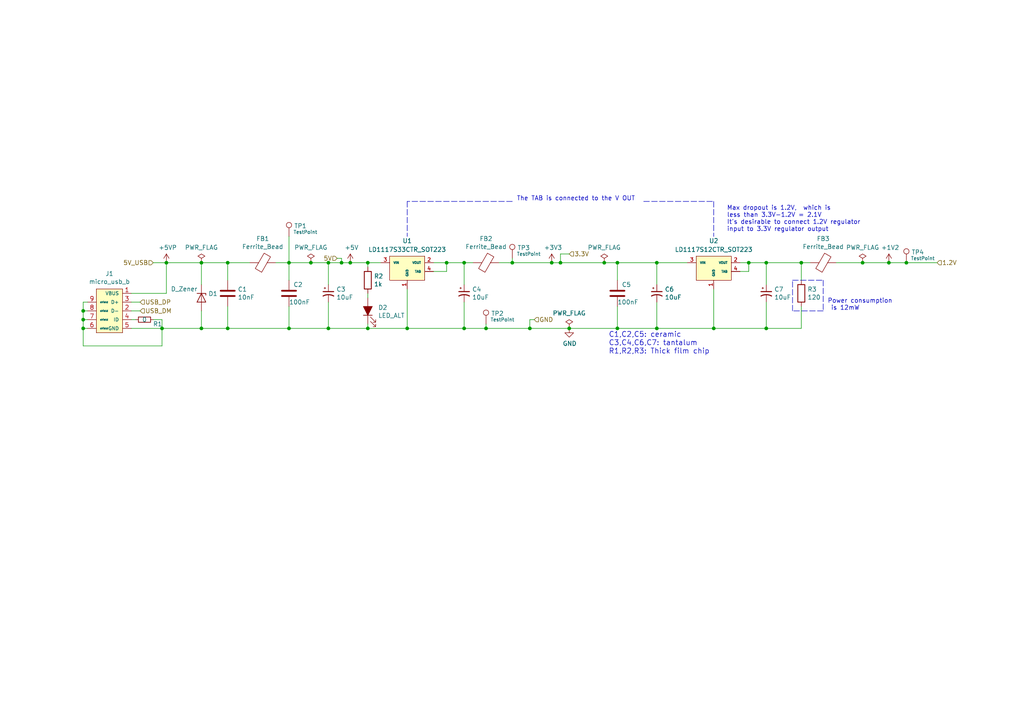
<source format=kicad_sch>
(kicad_sch (version 20231120) (generator "eeschema") (generator_version "8.0")
  (paper "A4")
  (title_block (title "Power Supply") (date "2020-04-19") (rev "1.2") (company "UTN - Facultad Regional Haedo - Grupo ASE"))
  (lib_symbols
    (symbol "FPGA para todos-rescue:+1V2-power-FPGA-para-todos-rescue" (power) (pin_names (offset 0))
      (property "Value" "FPGA-para-todos-rescue_+1V2-power" (at 0 3.556 0))
      (symbol "+1V2-power-FPGA-para-todos-rescue_0_1"
        (polyline (pts (xy -0.762 1.27) (xy 0 2.54)))
        (polyline (pts (xy 0 0) (xy 0 2.54)))
        (polyline (pts (xy 0 2.54) (xy 0.762 1.27)))
      )
      (symbol "+1V2-power-FPGA-para-todos-rescue_1_1"
        (pin power_in line (at 0 0 90) (length 0) hide (name "+1V2") (number "1"))
      )
    )
    (symbol "FPGA para todos-rescue:+3.3V-power-FPGA-para-todos-rescue" (power) (pin_names (offset 0))
      (property "Value" "FPGA-para-todos-rescue_+3.3V-power" (at 0 3.556 0))
      (symbol "+3.3V-power-FPGA-para-todos-rescue_0_1"
        (polyline (pts (xy -0.762 1.27) (xy 0 2.54)))
        (polyline (pts (xy 0 0) (xy 0 2.54)))
        (polyline (pts (xy 0 2.54) (xy 0.762 1.27)))
      )
      (symbol "+3.3V-power-FPGA-para-todos-rescue_1_1"
        (pin power_in line (at 0 0 90) (length 0) hide (name "+3V3") (number "1"))
      )
    )
    (symbol "FPGA para todos-rescue:+5V-power-FPGA-para-todos-rescue" (power) (pin_names (offset 0))
      (property "Value" "FPGA-para-todos-rescue_+5V-power" (at 0 3.556 0))
      (symbol "+5V-power-FPGA-para-todos-rescue_0_1"
        (polyline (pts (xy -0.762 1.27) (xy 0 2.54)))
        (polyline (pts (xy 0 0) (xy 0 2.54)))
        (polyline (pts (xy 0 2.54) (xy 0.762 1.27)))
      )
      (symbol "+5V-power-FPGA-para-todos-rescue_1_1"
        (pin power_in line (at 0 0 90) (length 0) hide (name "+5V") (number "1"))
      )
    )
    (symbol "FPGA para todos-rescue:+5VP-power-FPGA-para-todos-rescue" (power) (pin_names (offset 0))
      (property "Value" "FPGA-para-todos-rescue_+5VP-power" (at 0 3.556 0))
      (symbol "+5VP-power-FPGA-para-todos-rescue_0_1"
        (polyline (pts (xy -0.762 1.27) (xy 0 2.54)))
        (polyline (pts (xy 0 0) (xy 0 2.54)))
        (polyline (pts (xy 0 2.54) (xy 0.762 1.27)))
      )
      (symbol "+5VP-power-FPGA-para-todos-rescue_1_1"
        (pin power_in line (at 0 0 90) (length 0) hide (name "+5VP") (number "1"))
      )
    )
    (symbol "FPGA para todos-rescue:C-Device-FPGA-para-todos-rescue" (pin_numbers hide) (pin_names (offset 0.254))
      (property "Reference" "C" (at 0.635 2.54 0))
      (property "Value" "FPGA-para-todos-rescue_C-Device" (at 0.635 -2.54 0))
      (symbol "C-Device-FPGA-para-todos-rescue_0_1"
        (polyline (pts (xy -2.032 -0.762) (xy 2.032 -0.762)) (stroke (width 0.508)))
        (polyline (pts (xy -2.032 0.762) (xy 2.032 0.762)) (stroke (width 0.508)))
      )
      (symbol "C-Device-FPGA-para-todos-rescue_1_1"
        (pin passive line (at 0 3.81 270) (length 2.794) (name "~") (number "1"))
        (pin passive line (at 0 -3.81 90) (length 2.794) (name "~") (number "2"))
      )
    )
    (symbol "FPGA para todos-rescue:CP1_Small-Device-FPGA-para-todos-rescue" (pin_numbers hide) (pin_names (offset 0.254) hide)
      (property "Reference" "C" (at 0.254 1.778 0))
      (property "Value" "FPGA-para-todos-rescue_CP1_Small-Device" (at 0.254 -2.032 0))
      (symbol "CP1_Small-Device-FPGA-para-todos-rescue_0_1"
        (polyline (pts (xy -1.524 0.508) (xy 1.524 0.508)) (stroke (width 0.3048)))
        (polyline (pts (xy -1.27 1.524) (xy -0.762 1.524)))
        (polyline (pts (xy -1.016 1.27) (xy -1.016 1.778)))
        (arc (start 1.524 -0.762) (mid 0 -0.3734) (end -1.524 -0.762) (stroke (width 0.3048)))
      )
      (symbol "CP1_Small-Device-FPGA-para-todos-rescue_1_1"
        (pin passive line (at 0 2.54 270) (length 2.032) (name "~") (number "1"))
        (pin passive line (at 0 -2.54 90) (length 2.032) (name "~") (number "2"))
      )
    )
    (symbol "FPGA para todos-rescue:D_Zener-Device-FPGA-para-todos-rescue" (pin_numbers hide) (pin_names (offset 1.016) hide)
      (property "Reference" "D" (at 0 2.54 0))
      (property "Value" "FPGA-para-todos-rescue_D_Zener-Device" (at 0 -2.54 0))
      (symbol "D_Zener-Device-FPGA-para-todos-rescue_0_1"
        (polyline (pts (xy 1.27 0) (xy -1.27 0)))
        (polyline (pts (xy -1.27 -1.27) (xy -1.27 1.27) (xy -0.762 1.27)) (stroke (width 0.2032)))
        (polyline (pts (xy 1.27 -1.27) (xy 1.27 1.27) (xy -1.27 0) (xy 1.27 -1.27)) (stroke (width 0.2032)))
      )
      (symbol "D_Zener-Device-FPGA-para-todos-rescue_1_1"
        (pin passive line (at 3.81 0 180) (length 2.54) (name "A") (number "1"))
        (pin passive line (at -3.81 0 0) (length 2.54) (name "K") (number "2"))
      )
    )
    (symbol "FPGA para todos-rescue:Ferrite_Bead-Device-FPGA-para-todos-rescue" (pin_numbers hide) (pin_names (offset 0))
      (property "Reference" "FB" (at -3.81 0.635 90))
      (property "Value" "FPGA-para-todos-rescue_Ferrite_Bead-Device" (at 3.81 0 90))
      (symbol "Ferrite_Bead-Device-FPGA-para-todos-rescue_0_1"
        (polyline (pts (xy 0 -1.27) (xy 0 -1.2192)))
        (polyline (pts (xy 0 1.27) (xy 0 1.2954)))
        (polyline (pts (xy -2.7686 0.4064) (xy -1.7018 2.2606) (xy 2.7686 -0.3048) (xy 1.6764 -2.159) (xy -2.7686 0.4064)))
      )
      (symbol "Ferrite_Bead-Device-FPGA-para-todos-rescue_1_1"
        (pin passive line (at 0 3.81 270) (length 2.54) (name "~") (number "1"))
        (pin passive line (at 0 -3.81 90) (length 2.54) (name "~") (number "2"))
      )
    )
    (symbol "FPGA para todos-rescue:GND-power-FPGA-para-todos-rescue" (power) (pin_names (offset 0))
      (property "Value" "FPGA-para-todos-rescue_GND-power" (at 0 -3.81 0))
      (symbol "GND-power-FPGA-para-todos-rescue_0_1"
        (polyline (pts (xy 0 0) (xy 0 -1.27) (xy 1.27 -1.27) (xy 0 -2.54) (xy -1.27 -1.27) (xy 0 -1.27)))
      )
      (symbol "GND-power-FPGA-para-todos-rescue_1_1"
        (pin power_in line (at 0 0 270) (length 0) hide (name "GND") (number "1"))
      )
    )
    (symbol "FPGA para todos-rescue:LED_ALT-Device-FPGA-para-todos-rescue" (pin_numbers hide) (pin_names (offset 1.016) hide)
      (property "Reference" "D" (at 0 2.54 0))
      (property "Value" "FPGA-para-todos-rescue_LED_ALT-Device" (at 0 -2.54 0))
      (symbol "LED_ALT-Device-FPGA-para-todos-rescue_0_1"
        (polyline (pts (xy -1.27 -1.27) (xy -1.27 1.27)) (stroke (width 0.2032)))
        (polyline (pts (xy -1.27 0) (xy 1.27 0)))
        (polyline (pts (xy 1.27 -1.27) (xy 1.27 1.27) (xy -1.27 0) (xy 1.27 -1.27)) (stroke (width 0.2032)) (fill (type outline)))
        (polyline (pts (xy -3.048 -0.762) (xy -4.572 -2.286) (xy -3.81 -2.286) (xy -4.572 -2.286) (xy -4.572 -1.524)))
        (polyline (pts (xy -1.778 -0.762) (xy -3.302 -2.286) (xy -2.54 -2.286) (xy -3.302 -2.286) (xy -3.302 -1.524)))
      )
      (symbol "LED_ALT-Device-FPGA-para-todos-rescue_1_1"
        (pin passive line (at 3.81 0 180) (length 2.54) (name "A") (number "1"))
        (pin passive line (at -3.81 0 0) (length 2.54) (name "K") (number "2"))
      )
    )
    (symbol "FPGA para todos-rescue:PWR_FLAG-power-FPGA-para-todos-rescue" (power) (pin_numbers hide) (pin_names (offset 0) hide)
      (property "Value" "FPGA-para-todos-rescue_PWR_FLAG-power" (at 0 3.81 0))
      (symbol "PWR_FLAG-power-FPGA-para-todos-rescue_0_0"
        (pin power_out line (at 0 0 90) (length 0) (name "pwr") (number "1"))
      )
      (symbol "PWR_FLAG-power-FPGA-para-todos-rescue_0_1"
        (polyline (pts (xy 0 0) (xy 0 1.27) (xy -1.016 1.905) (xy 0 2.54) (xy 1.016 1.905) (xy 0 1.27)))
      )
    )
    (symbol "FPGA para todos-rescue:R-Device-FPGA-para-todos-rescue" (pin_numbers hide) (pin_names (offset 0))
      (property "Reference" "R" (at 2.032 0 90))
      (property "Value" "FPGA-para-todos-rescue_R-Device" (at 0 0 90))
      (symbol "R-Device-FPGA-para-todos-rescue_0_1"
        (rectangle (start -1.016 -2.54) (end 1.016 2.54) (stroke (width 0.254)))
      )
      (symbol "R-Device-FPGA-para-todos-rescue_1_1"
        (pin passive line (at 0 3.81 270) (length 1.27) (name "~") (number "1"))
        (pin passive line (at 0 -3.81 90) (length 1.27) (name "~") (number "2"))
      )
    )
    (symbol "FPGA para todos-rescue:R_Small-Device-FPGA-para-todos-rescue" (pin_numbers hide) (pin_names (offset 0.254) hide)
      (property "Reference" "R" (at 0.762 0.508 0))
      (property "Value" "FPGA-para-todos-rescue_R_Small-Device" (at 0.762 -1.016 0))
      (symbol "R_Small-Device-FPGA-para-todos-rescue_0_1"
        (rectangle (start -0.762 1.778) (end 0.762 -1.778) (stroke (width 0.2032)))
      )
      (symbol "R_Small-Device-FPGA-para-todos-rescue_1_1"
        (pin passive line (at 0 2.54 270) (length 0.762) (name "~") (number "1"))
        (pin passive line (at 0 -2.54 90) (length 0.762) (name "~") (number "2"))
      )
    )
    (symbol "FPGA para todos-rescue:TestPoint-Connector-FPGA-para-todos-rescue" (pin_numbers hide) (pin_names (offset 0.762) hide)
      (property "Reference" "TP" (at 0 6.858 0))
      (property "Value" "FPGA-para-todos-rescue_TestPoint-Connector" (at 0 5.08 0))
      (symbol "TestPoint-Connector-FPGA-para-todos-rescue_0_1"
        (circle (center 0 3.302) (radius 0.762))
      )
      (symbol "TestPoint-Connector-FPGA-para-todos-rescue_1_1"
        (pin passive line (at 0 0 90) (length 2.54) (name "1") (number "1"))
      )
    )
    (symbol "LD1117xxx:LD1117S12" (pin_names (offset 1.016))
      (property "Reference" "U" (at 0 7.62 0))
      (property "Value" "LD1117S12" (at 0 5.08 0))
      (symbol "LD1117S12_1_1"
        (rectangle (start -5.08 -3.81) (end 5.08 3.175) (fill (type background)))
        (pin power_in line (at 0 -6.35 90) (length 2.54) (name "GND") (number "1"))
        (pin power_out line (at 7.62 1.27 180) (length 2.54) (name "VOUT") (number "2"))
        (pin power_in line (at -7.62 1.27 0) (length 2.54) (name "VIN") (number "3"))
        (pin passive line (at 7.62 -1.27 180) (length 2.54) (name "TAB") (number "4"))
      )
    )
    (symbol "LD1117xxx:LD1117S33" (pin_names (offset 1.016))
      (property "Reference" "U" (at 0 6.35 0))
      (property "Value" "LD1117S33" (at 0.635 4.445 0))
      (symbol "LD1117S33_0_1"
        (rectangle (start -5.08 -3.81) (end 5.08 3.175) (fill (type background)))
      )
      (symbol "LD1117S33_1_1"
        (pin power_in line (at 0 -6.35 90) (length 2.54) (name "GND") (number "1"))
        (pin power_out line (at 7.62 1.27 180) (length 2.54) (name "VOUT") (number "2"))
        (pin power_in line (at -7.62 1.27 0) (length 2.54) (name "VIN") (number "3"))
        (pin passive line (at 7.62 -1.27 180) (length 2.54) (name "TAB") (number "4"))
      )
    )
    (symbol "USB:micro_usb_b" (pin_names (offset 1.016))
      (property "Reference" "J" (at 0 6.35 0))
      (property "Value" "micro_usb_b" (at 1.27 -8.89 0))
      (symbol "micro_usb_b_0_1"
        (rectangle (start -3.81 -7.62) (end 3.81 5.08) (fill (type background)))
      )
      (symbol "micro_usb_b_1_1"
        (pin passive line (at 6.35 3.81 180) (length 2.54) (name "VBUS") (number "1"))
        (pin bidirectional line (at 6.35 -1.27 180) (length 2.54) (name "D-") (number "2"))
        (pin bidirectional line (at 6.35 1.27 180) (length 2.54) (name "D+") (number "3"))
        (pin bidirectional line (at 6.35 -3.81 180) (length 2.54) (name "ID") (number "4"))
        (pin power_in line (at 6.35 -6.35 180) (length 2.54) (name "GND") (number "5"))
        (pin passive line (at -6.35 -6.35 0) (length 2.54) (name "shield") (number "6"))
        (pin passive line (at -6.35 -3.81 0) (length 2.54) (name "shield") (number "7"))
        (pin passive line (at -6.35 -1.27 0) (length 2.54) (name "shield") (number "8"))
        (pin passive line (at -6.35 1.27 0) (length 2.54) (name "shield") (number "9"))
      )
    )
  )
  (junction (at 83.82 95.25))
  (junction (at 148.59 76.2))
  (junction (at 250.19 76.2))
  (junction (at 24.13 92.71))
  (junction (at 24.13 95.25))
  (junction (at 257.81 76.2))
  (junction (at 190.5 95.25))
  (junction (at 106.68 76.2))
  (junction (at 48.26 76.2))
  (junction (at 160.02 76.2))
  (junction (at 165.1 95.25))
  (junction (at 83.82 76.2))
  (junction (at 153.67 95.25))
  (junction (at 58.42 95.25))
  (junction (at 118.11 95.25))
  (junction (at 179.07 95.25))
  (junction (at 66.04 76.2))
  (junction (at 190.5 76.2))
  (junction (at 217.17 76.2))
  (junction (at 134.62 95.25))
  (junction (at 134.62 76.2))
  (junction (at 24.13 90.17))
  (junction (at 175.26 76.2))
  (junction (at 162.56 76.2))
  (junction (at 90.17 76.2))
  (junction (at 95.25 76.2))
  (junction (at 66.04 95.25))
  (junction (at 262.89 76.2))
  (junction (at 99.06 76.2))
  (junction (at 179.07 76.2))
  (junction (at 106.68 95.25))
  (junction (at 140.97 95.25))
  (junction (at 101.6 76.2))
  (junction (at 129.54 76.2))
  (junction (at 58.42 76.2))
  (junction (at 222.25 95.25))
  (junction (at 46.99 95.25))
  (junction (at 207.01 95.25))
  (junction (at 222.25 76.2))
  (junction (at 232.41 76.2))
  (junction (at 95.25 95.25))
  (wire (pts (xy 38.1 95.25) (xy 46.99 95.25)))
  (wire (pts (xy 179.07 88.9) (xy 179.07 95.25)))
  (wire (pts (xy 217.17 76.2) (xy 222.25 76.2)))
  (wire (pts (xy 83.82 68.58) (xy 83.82 76.2)))
  (wire (pts (xy 106.68 77.47) (xy 106.68 76.2)))
  (wire (pts (xy 24.13 87.63) (xy 24.13 90.17)))
  (polyline (pts (xy 238.76 90.17) (xy 229.87 90.17)) (stroke (width 0) (type dash)))
  (polyline (pts (xy 186.69 58.42) (xy 207.01 58.42)) (stroke (width 0) (type dash)))
  (wire (pts (xy 106.68 76.2) (xy 110.49 76.2)))
  (wire (pts (xy 66.04 76.2) (xy 72.39 76.2)))
  (wire (pts (xy 46.99 92.71) (xy 46.99 95.25)))
  (wire (pts (xy 48.26 76.2) (xy 58.42 76.2)))
  (polyline (pts (xy 148.59 58.42) (xy 118.11 58.42)) (stroke (width 0) (type dash)))
  (wire (pts (xy 99.06 76.2) (xy 101.6 76.2)))
  (polyline (pts (xy 229.87 81.28) (xy 238.76 81.28)) (stroke (width 0) (type dash)))
  (polyline (pts (xy 229.87 90.17) (xy 229.87 81.28)) (stroke (width 0) (type dash)))
  (wire (pts (xy 48.26 85.09) (xy 48.26 76.2)))
  (wire (pts (xy 271.78 76.2) (xy 262.89 76.2)))
  (wire (pts (xy 222.25 76.2) (xy 222.25 82.55)))
  (wire (pts (xy 140.97 95.25) (xy 153.67 95.25)))
  (wire (pts (xy 24.13 100.33) (xy 46.99 100.33)))
  (wire (pts (xy 118.11 95.25) (xy 134.62 95.25)))
  (polyline (pts (xy 118.11 58.42) (xy 118.11 68.58)) (stroke (width 0) (type dash)))
  (wire (pts (xy 199.39 76.2) (xy 190.5 76.2)))
  (wire (pts (xy 99.06 74.93) (xy 99.06 76.2)))
  (wire (pts (xy 134.62 95.25) (xy 140.97 95.25)))
  (wire (pts (xy 134.62 87.63) (xy 134.62 95.25)))
  (wire (pts (xy 148.59 74.93) (xy 148.59 76.2)))
  (wire (pts (xy 66.04 81.28) (xy 66.04 76.2)))
  (wire (pts (xy 207.01 95.25) (xy 222.25 95.25)))
  (wire (pts (xy 24.13 92.71) (xy 24.13 95.25)))
  (wire (pts (xy 95.25 95.25) (xy 106.68 95.25)))
  (wire (pts (xy 95.25 76.2) (xy 99.06 76.2)))
  (wire (pts (xy 153.67 95.25) (xy 165.1 95.25)))
  (wire (pts (xy 257.81 76.2) (xy 262.89 76.2)))
  (wire (pts (xy 83.82 76.2) (xy 90.17 76.2)))
  (wire (pts (xy 222.25 87.63) (xy 222.25 95.25)))
  (wire (pts (xy 46.99 100.33) (xy 46.99 95.25)))
  (wire (pts (xy 165.1 95.25) (xy 179.07 95.25)))
  (wire (pts (xy 179.07 95.25) (xy 190.5 95.25)))
  (wire (pts (xy 90.17 76.2) (xy 95.25 76.2)))
  (wire (pts (xy 46.99 95.25) (xy 58.42 95.25)))
  (wire (pts (xy 106.68 93.98) (xy 106.68 95.25)))
  (wire (pts (xy 165.1 73.66) (xy 162.56 73.66)))
  (wire (pts (xy 162.56 76.2) (xy 175.26 76.2)))
  (wire (pts (xy 95.25 82.55) (xy 95.25 76.2)))
  (wire (pts (xy 214.63 78.74) (xy 217.17 78.74)))
  (wire (pts (xy 58.42 90.17) (xy 58.42 95.25)))
  (wire (pts (xy 44.45 92.71) (xy 46.99 92.71)))
  (wire (pts (xy 207.01 83.82) (xy 207.01 95.25)))
  (wire (pts (xy 125.73 76.2) (xy 129.54 76.2)))
  (wire (pts (xy 38.1 85.09) (xy 48.26 85.09)))
  (wire (pts (xy 66.04 95.25) (xy 83.82 95.25)))
  (wire (pts (xy 232.41 95.25) (xy 222.25 95.25)))
  (wire (pts (xy 24.13 95.25) (xy 24.13 100.33)))
  (wire (pts (xy 134.62 82.55) (xy 134.62 76.2)))
  (wire (pts (xy 129.54 78.74) (xy 129.54 76.2)))
  (wire (pts (xy 148.59 76.2) (xy 160.02 76.2)))
  (wire (pts (xy 232.41 95.25) (xy 232.41 88.9)))
  (wire (pts (xy 44.45 76.2) (xy 48.26 76.2)))
  (wire (pts (xy 222.25 76.2) (xy 232.41 76.2)))
  (wire (pts (xy 66.04 88.9) (xy 66.04 95.25)))
  (wire (pts (xy 160.02 76.2) (xy 162.56 76.2)))
  (wire (pts (xy 214.63 76.2) (xy 217.17 76.2)))
  (wire (pts (xy 234.95 76.2) (xy 232.41 76.2)))
  (wire (pts (xy 58.42 95.25) (xy 66.04 95.25)))
  (wire (pts (xy 38.1 92.71) (xy 39.37 92.71)))
  (wire (pts (xy 101.6 76.2) (xy 106.68 76.2)))
  (wire (pts (xy 242.57 76.2) (xy 250.19 76.2)))
  (wire (pts (xy 25.4 95.25) (xy 24.13 95.25)))
  (wire (pts (xy 83.82 88.9) (xy 83.82 95.25)))
  (wire (pts (xy 250.19 76.2) (xy 257.81 76.2)))
  (wire (pts (xy 25.4 87.63) (xy 24.13 87.63)))
  (wire (pts (xy 162.56 73.66) (xy 162.56 76.2)))
  (wire (pts (xy 144.78 76.2) (xy 148.59 76.2)))
  (wire (pts (xy 80.01 76.2) (xy 83.82 76.2)))
  (wire (pts (xy 83.82 95.25) (xy 95.25 95.25)))
  (wire (pts (xy 83.82 76.2) (xy 83.82 81.28)))
  (wire (pts (xy 58.42 76.2) (xy 66.04 76.2)))
  (wire (pts (xy 232.41 76.2) (xy 232.41 81.28)))
  (polyline (pts (xy 207.01 58.42) (xy 207.01 68.58)) (stroke (width 0) (type dash)))
  (wire (pts (xy 217.17 78.74) (xy 217.17 76.2)))
  (wire (pts (xy 137.16 76.2) (xy 134.62 76.2)))
  (wire (pts (xy 125.73 78.74) (xy 129.54 78.74)))
  (wire (pts (xy 24.13 90.17) (xy 24.13 92.71)))
  (polyline (pts (xy 238.76 81.28) (xy 238.76 90.17)) (stroke (width 0) (type dash)))
  (wire (pts (xy 129.54 76.2) (xy 134.62 76.2)))
  (wire (pts (xy 25.4 92.71) (xy 24.13 92.71)))
  (wire (pts (xy 58.42 82.55) (xy 58.42 76.2)))
  (wire (pts (xy 97.79 74.93) (xy 99.06 74.93)))
  (wire (pts (xy 140.97 93.98) (xy 140.97 95.25)))
  (wire (pts (xy 190.5 76.2) (xy 190.5 82.55)))
  (wire (pts (xy 154.94 92.71) (xy 153.67 92.71)))
  (wire (pts (xy 106.68 95.25) (xy 118.11 95.25)))
  (wire (pts (xy 179.07 81.28) (xy 179.07 76.2)))
  (wire (pts (xy 118.11 83.82) (xy 118.11 95.25)))
  (wire (pts (xy 95.25 87.63) (xy 95.25 95.25)))
  (wire (pts (xy 179.07 76.2) (xy 190.5 76.2)))
  (wire (pts (xy 38.1 90.17) (xy 40.64 90.17)))
  (wire (pts (xy 153.67 92.71) (xy 153.67 95.25)))
  (wire (pts (xy 175.26 76.2) (xy 179.07 76.2)))
  (wire (pts (xy 38.1 87.63) (xy 40.64 87.63)))
  (wire (pts (xy 106.68 86.36) (xy 106.68 85.09)))
  (wire (pts (xy 190.5 87.63) (xy 190.5 95.25)))
  (wire (pts (xy 25.4 90.17) (xy 24.13 90.17)))
  (wire (pts (xy 190.5 95.25) (xy 207.01 95.25)))
  (text "The TAB is connected to the V OUT" (at 149.86 58.42 0) (effects (font (size 1.27 1.27)) (justify left bottom)))
  (text "Power consumption\n is 12mW " (at 240.03 90.17 0) (effects (font (size 1.27 1.27)) (justify left bottom)))
  (text "Max dropout is 1.2V,  which is\nless than 3.3V-1.2V = 2.1V \nIt's desirable to connect 1.2V regulator\ninput to 3.3V regulator output" (at 210.82 67.31 0) (effects (font (size 1.27 1.27)) (justify left bottom)))
  (text "C1,C2,C5: ceramic\nC3,C4,C6,C7: tantalum\nR1,R2,R3: Thick film chip " (at 176.53 102.87 0) (effects (font (size 1.4986 1.4986)) (justify left bottom)))
  (hierarchical_label "USB_DM" (shape input) (at 40.64 90.17 0))
  (hierarchical_label "5V_USB" (shape input) (at 44.45 76.2 180))
  (hierarchical_label "3.3V" (shape input) (at 165.1 73.66 0))
  (hierarchical_label "1.2V" (shape input) (at 271.78 76.2 0))
  (hierarchical_label "GND" (shape input) (at 154.94 92.71 0))
  (hierarchical_label "USB_DP" (shape input) (at 40.64 87.63 0))
  (hierarchical_label "5V" (shape input) (at 97.79 74.93 180))
  (symbol (lib_id "FPGA para todos-rescue:Ferrite_Bead-Device-FPGA-para-todos-rescue") (at 140.97 76.2 270) (unit 1)
    (property "Reference" "FB2" (at 140.97 69.2404 90))
    (property "Value" "Ferrite_Bead" (at 140.97 71.5518 90))
    (property "Footprint" "footprints:Ferrite_bead_0805" (effects (hide yes)))
    (property "Description" "Núcleos de ferrita WE-CBF 0805 SMD Bead 100MHz 1500Ohm 1KmA " (effects (hide yes)))
    (property "EmptyField" "-" (effects (hide yes)))
    (property "DatasheetName" "WE-CBF SMD EMI Suppression Ferrite Bead" (effects (hide yes)))
    (property "DatasheetLink" "https://ar.mouser.com/datasheet/2/445/742792097-538337.pdf" (effects (hide yes)))
    (property "Manufacturer" "Wurth Electronics" (effects (hide yes)))
    (property "OrderCode" "742792097 " (effects (hide yes)))
    (property "ProviderLink" "https://ar.mouser.com/ProductDetail/Wurth-Electronics/742792097?qs=sGAEpiMZZMtdyQheitOmRVDURQLs966nb2bS15p5U18%3D" (effects (hide yes)))
    (property "ProviderOrderCode" "710-742792097 " (effects (hide yes)))
    (property "ComponentTechnology" "FerriteBead" (effects (hide yes)))
  )
  (symbol (lib_id "FPGA para todos-rescue:C-Device-FPGA-para-todos-rescue") (at 66.04 85.09 0) (unit 1)
    (property "Reference" "C1" (at 68.961 83.9216 0) (effects (justify left)))
    (property "Value" "10nF" (at 68.961 86.233 0) (effects (justify left)))
    (property "Footprint" "footprints:C_0805_2012Metric_Pad1.15x1.40mm_HandSolder" (effects (hide yes)))
    (property "Description" "Decoupling cap" (effects (hide yes)))
    (property "EmptyField" "-" (effects (hide yes)))
    (property "DatasheetName" "SURFACE-MOUNT CERAMIC MULTILAYER CAPACITORS" (effects (hide yes)))
    (property "DatasheetLink" "https://ar.mouser.com/datasheet/2/447/UPY-GPHC_X7R_6.3V-to-50V_18-1154002.pdf" (effects (hide yes)))
    (property "Manufacturer" "YAGEO" (effects (hide yes)))
    (property "OrderCode" "CC0805KRX7R7BB103 " (effects (hide yes)))
    (property "ProviderLink" "https://ar.mouser.com/ProductDetail/Yageo/CC0805KRX7R7BB103?qs=sGAEpiMZZMs0AnBnWHyRQAqZuYDIKiCDic8tFvJ0DLk1elEorQqHTA%3D%3D" (effects (hide yes)))
    (property "ProviderOrderCode" "603-CC0805KRX77BB103" (effects (hide yes)))
    (property "ComponentTechnology" "Ceramic - X7R TC material" (effects (hide yes)))
  )
  (symbol (lib_id "FPGA para todos-rescue:C-Device-FPGA-para-todos-rescue") (at 179.07 85.09 0) (unit 1)
    (property "Reference" "C5" (at 180.34 82.55 0) (effects (justify left)))
    (property "Value" "100nF" (at 179.07 87.63 0) (effects (justify left)))
    (property "Footprint" "footprints:C_0805_2012Metric_Pad1.15x1.40mm_HandSolder" (effects (hide yes)))
    (property "Description" "Decoupling cap - 6.3V" (effects (hide yes)))
    (property "EmptyField" "-" (effects (hide yes)))
    (property "DatasheetName" "SURFACE-MOUNT CERAMIC MULTILAYER CAPACITORS" (effects (hide yes)))
    (property "DatasheetLink" "https://ar.mouser.com/datasheet/2/447/UPY-GPHC_X7R_6.3V-to-50V_18-1154002.pdf" (effects (hide yes)))
    (property "Manufacturer" "YAGEO" (effects (hide yes)))
    (property "OrderCode" "CC0805KRX7R5BB104 " (effects (hide yes)))
    (property "ProviderLink" "https://ar.mouser.com/ProductDetail/Yageo/CC0805KRX7R5BB104?qs=UgE%2F0m3bTsYCB3fBtxx4RA%3D%3D" (effects (hide yes)))
    (property "ProviderOrderCode" "603-CC0805KRX75BB104 " (effects (hide yes)))
    (property "ComponentTechnology" "Ceramic - X7R TC material" (effects (hide yes)))
  )
  (symbol (lib_id "FPGA para todos-rescue:+3.3V-power-FPGA-para-todos-rescue") (at 160.02 76.2 0) (unit 1)
    (property "Reference" "#PWR03" (effects (hide yes)))
    (property "Value" "+3V3" (at 160.401 71.8058 0))
  )
  (symbol (lib_id "FPGA para todos-rescue:PWR_FLAG-power-FPGA-para-todos-rescue") (at 90.17 76.2 0) (unit 1)
    (property "Reference" "#FLG02" (effects (hide yes)))
    (property "Value" "PWR_FLAG" (at 90.17 71.7804 0))
  )
  (symbol (lib_id "USB:micro_usb_b") (at 31.75 88.9 0) (unit 1)
    (property "Reference" "J1" (at 31.75 79.375 0))
    (property "Value" "micro_usb_b" (at 31.75 81.6864 0))
    (property "Footprint" "footprints:micro_usb_b_recpt_bttm_mnt_smt_th_tabs" (effects (hide yes)))
    (property "Description" "USB Connectors MICRO AB RECEPT RA TH BTTM MNT" (effects (hide yes)))
    (property "EmptyField" "-" (effects (hide yes)))
    (property "DatasheetName" "ZX62D-AB-5P8(30) " (effects (hide yes)))
    (property "DatasheetLink" "https://ar.mouser.com/datasheet/2/185/X_CL0242-0027-5-30_2d-1620404.pdf" (effects (hide yes)))
    (property "Manufacturer" "Hirose Connector" (effects (hide yes)))
    (property "OrderCode" "ZX62D-AB-5P8(30)" (effects (hide yes)))
    (property "ProviderLink" "https://ar.mouser.com/ProductDetail/Hirose-Connector/ZX62D-AB-5P830?qs=%2Fha2pyFadujEKYxkXBbZugpQpcYrElYJqPMaanuWSyofyh8OUBWIGQ%3D%3D" (effects (hide yes)))
    (property "ProviderOrderCode" "798-ZX62D-AB-5P830" (effects (hide yes)))
    (property "ComponentTechnology" "-" (effects (hide yes)))
  )
  (symbol (lib_id "FPGA para todos-rescue:LED_ALT-Device-FPGA-para-todos-rescue") (at 106.68 90.17 90) (unit 1)
    (property "Reference" "D2" (at 109.6772 89.2048 90) (effects (justify right)))
    (property "Value" "LED_ALT" (at 109.6772 91.5162 90) (effects (justify right)))
    (property "Footprint" "footprints:led_0805_recommended_land_pattern" (effects (hide yes)))
    (property "Description" "Standard LEDs - SMD Blue 470nm 36mcd InGaN 68mW 2.9V " (effects (hide yes)))
    (property "EmptyField" "-" (effects (hide yes)))
    (property "DatasheetName" "SML-M13x/MN2x Series" (effects (hide yes)))
    (property "DatasheetLink" "https://ar.mouser.com/datasheet/2/348/sml-m13x_mn2x-e-1139175.pdf" (effects (hide yes)))
    (property "Manufacturer" "ROHM Semiconductor" (effects (hide yes)))
    (property "OrderCode" "SMLMN2BCTT86C" (effects (hide yes)))
    (property "ProviderLink" "https://ar.mouser.com/ProductDetail/ROHM-Semiconductor/SMLMN2BCTT86C?qs=sGAEpiMZZMseGfSY3csMkZhfb9Ek0xqwPAN%2FA2UetydSB0c%2F%2FDZwRQ%3D%3D" (effects (hide yes)))
    (property "ProviderOrderCode" "755-SMLMN2BCTT86C" (effects (hide yes)))
    (property "ComponentTechnology" "InGaN" (effects (hide yes)))
  )
  (symbol (lib_id "FPGA para todos-rescue:CP1_Small-Device-FPGA-para-todos-rescue") (at 134.62 85.09 0) (unit 1)
    (property "Reference" "C4" (at 136.9314 83.9216 0) (effects (justify left)))
    (property "Value" "10uF" (at 136.9314 86.233 0) (effects (justify left)))
    (property "Footprint" "footprints:C_0805_AVX_Tantalum" (effects (hide yes)))
    (property "Description" "Decoupling capacitor" (effects (hide yes)))
    (property "EmptyField" "-" (effects (hide yes)))
    (property "DatasheetName" "TPS SeriesLow ESR" (effects (hide yes)))
    (property "DatasheetLink" "https://ar.mouser.com/datasheet/2/40/tps-776850.pdf" (effects (hide yes)))
    (property "Manufacturer" "AVX" (effects (hide yes)))
    (property "OrderCode" "TPSR106K006R1000" (effects (hide yes)))
    (property "ProviderLink" "https://ar.mouser.com/ProductDetail/AVX/TPSR106K006R1000?qs=sGAEpiMZZMuEN2agSAc2pkIWJcW2hAcik2daETREIlI%3D" (effects (hide yes)))
    (property "ProviderOrderCode" "581-TPSR106K006R1000" (effects (hide yes)))
    (property "ComponentTechnology" "Tantalum" (effects (hide yes)))
  )
  (symbol (lib_id "FPGA para todos-rescue:Ferrite_Bead-Device-FPGA-para-todos-rescue") (at 76.2 76.2 270) (unit 1)
    (property "Reference" "FB1" (at 76.2 69.2404 90))
    (property "Value" "Ferrite_Bead" (at 76.2 71.5518 90))
    (property "Footprint" "footprints:Ferrite_bead_0805" (effects (hide yes)))
    (property "Description" "Núcleos de ferrita WE-CBF 0805 SMD Bead 100MHz 1500Ohm 1KmA " (effects (hide yes)))
    (property "EmptyField" "-" (effects (hide yes)))
    (property "DatasheetName" "WE-CBF SMD EMI Suppression Ferrite Bead" (effects (hide yes)))
    (property "DatasheetLink" "https://ar.mouser.com/datasheet/2/445/742792097-538337.pdf" (effects (hide yes)))
    (property "Manufacturer" "Wurth Electronics" (effects (hide yes)))
    (property "OrderCode" "742792097 " (effects (hide yes)))
    (property "ProviderLink" "https://ar.mouser.com/ProductDetail/Wurth-Electronics/742792097?qs=sGAEpiMZZMtdyQheitOmRVDURQLs966nb2bS15p5U18%3D" (effects (hide yes)))
    (property "ProviderOrderCode" "710-742792097 " (effects (hide yes)))
    (property "ComponentTechnology" "FerriteBead" (effects (hide yes)))
  )
  (symbol (lib_id "LD1117xxx:LD1117S12") (at 207.01 77.47 0) (unit 1)
    (property "Reference" "U2" (at 207.01 69.85 0))
    (property "Value" "LD1117S12CTR_SOT223" (at 207.01 72.39 0))
    (property "Footprint" "footprints:SOT-223" (effects (hide yes)))
    (property "Datasheet" "http://www.st.com/st-web-ui/static/active/en/resource/technical/document/datasheet/CD00000544.pdf" (effects (hide yes)))
    (property "Description" "5V in to 3.3V, 1.2V output" (effects (hide yes)))
    (property "EmptyField" "-" (effects (hide yes)))
    (property "DatasheetName" "LD1117 - Adjustable and fixed low drop positive voltage regulator" (effects (hide yes)))
    (property "DatasheetLink" "http://www.st.com/st-web-ui/static/active/en/resource/technical/document/datasheet/CD00000544.pdf" (effects (hide yes)))
    (property "Manufacturer" "STMicroelectronics" (effects (hide yes)))
    (property "OrderCode" "LD1117S12CTR" (effects (hide yes)))
    (property "ProviderLink" "https://ar.mouser.com/ProductDetail/STMicroelectronics/LD1117S12CTR?qs=%2Fha2pyFadujIunIt7pOyBSnG%252BGJpbcbsyPaXFTMfmYWijg7jCjy5xQ%3D%3D" (effects (hide yes)))
    (property "ProviderOrderCode" "511-LD1117S12CTR " (effects (hide yes)))
    (property "ComponentTechnology" "-" (effects (hide yes)))
  )
  (symbol (lib_id "FPGA para todos-rescue:R-Device-FPGA-para-todos-rescue") (at 232.41 85.09 0) (unit 1)
    (property "Reference" "R3" (at 234.188 83.9216 0) (effects (justify left)))
    (property "Value" "120" (at 234.188 86.233 0) (effects (justify left)))
    (property "Footprint" "footprints:R_0805_2012Metric_Pad1.15x1.40mm_HandSolder" (effects (hide yes)))
    (property "Description" "Tolerance 1%" (effects (hide yes)))
    (property "EmptyField" "-" (effects (hide yes)))
    (property "DatasheetName" "THICK FILM CHIP RESISTORS AUTOMOTIVE GRADE" (effects (hide yes)))
    (property "DatasheetLink" "https://ar.mouser.com/datasheet/2/447/PYu-AC_51_RoHS_L_6-1152827.pdf" (effects (hide yes)))
    (property "Manufacturer" "YAGEO" (effects (hide yes)))
    (property "OrderCode" "AC0805FR-07120RL" (effects (hide yes)))
    (property "ProviderLink" "https://ar.mouser.com/ProductDetail/Yageo/AC0805FR-07120RL?qs=sGAEpiMZZMu61qfTUdNhG19HzxXL1i6iscRfwJYXkks%3D" (effects (hide yes)))
    (property "ProviderOrderCode" "603-AC0805FR-07120RL" (effects (hide yes)))
    (property "ComponentTechnology" "Thick film chip resistor" (effects (hide yes)))
  )
  (symbol (lib_id "FPGA para todos-rescue:TestPoint-Connector-FPGA-para-todos-rescue") (at 83.82 68.58 0) (unit 1)
    (property "Reference" "TP1" (at 85.2932 65.532 0) (effects (justify left)))
    (property "Value" "TestPoint" (at 85.09 67.31 0) (effects (font (size 0.9906 0.9906)) (justify left)))
    (property "Footprint" "footprints:TestPoint_Pad_D1.5mm" (effects (hide yes)))
  )
  (symbol (lib_id "FPGA para todos-rescue:CP1_Small-Device-FPGA-para-todos-rescue") (at 222.25 85.09 0) (unit 1)
    (property "Reference" "C7" (at 224.5614 83.9216 0) (effects (justify left)))
    (property "Value" "10uF" (at 224.5614 86.233 0) (effects (justify left)))
    (property "Footprint" "footprints:C_0805_AVX_Tantalum" (effects (hide yes)))
    (property "Description" "Decoupling capacitor" (effects (hide yes)))
    (property "EmptyField" "-" (effects (hide yes)))
    (property "DatasheetName" "TPS SeriesLow ESR" (effects (hide yes)))
    (property "DatasheetLink" "https://ar.mouser.com/datasheet/2/40/tps-776850.pdf" (effects (hide yes)))
    (property "Manufacturer" "AVX" (effects (hide yes)))
    (property "OrderCode" "TPSR106K006R1000" (effects (hide yes)))
    (property "ProviderLink" "https://ar.mouser.com/ProductDetail/AVX/TPSR106K006R1000?qs=sGAEpiMZZMuEN2agSAc2pkIWJcW2hAcik2daETREIlI%3D" (effects (hide yes)))
    (property "ProviderOrderCode" "581-TPSR106K006R1000" (effects (hide yes)))
    (property "ComponentTechnology" "Tantalum" (effects (hide yes)))
  )
  (symbol (lib_id "FPGA para todos-rescue:PWR_FLAG-power-FPGA-para-todos-rescue") (at 165.1 95.25 0) (unit 1)
    (property "Reference" "#FLG03" (effects (hide yes)))
    (property "Value" "PWR_FLAG" (at 165.1 90.8304 0))
  )
  (symbol (lib_id "FPGA para todos-rescue:R_Small-Device-FPGA-para-todos-rescue") (at 41.91 92.71 270) (unit 1)
    (property "Reference" "R1" (at 45.72 93.98 90))
    (property "Value" "0" (at 41.91 92.71 90))
    (property "Footprint" "footprints:R_0805_2012Metric_Pad1.15x1.40mm_HandSolder" (effects (hide yes)))
    (property "Description" "-" (effects (hide yes)))
    (property "EmptyField" "-" (effects (hide yes)))
    (property "DatasheetName" "THICK FILM CHIP RESISTORS AUTOMOTIVE GRADE" (effects (hide yes)))
    (property "DatasheetLink" "https://ar.mouser.com/datasheet/2/447/PYu-AC_51_RoHS_L_6-1152827.pdf" (effects (hide yes)))
    (property "Manufacturer" "YAGEO" (effects (hide yes)))
    (property "OrderCode" "AC0805JR-070RL" (effects (hide yes)))
    (property "ProviderLink" "https://ar.mouser.com/ProductDetail/Yageo/AC0805JR-070RL?qs=sGAEpiMZZMu61qfTUdNhG2gsBIEdmNIDGlJo%2F7ntbiw%3D" (effects (hide yes)))
    (property "ProviderOrderCode" "603-AC0805JR-070RL" (effects (hide yes)))
    (property "ComponentTechnology" "Thick film chip resistor" (effects (hide yes)))
  )
  (symbol (lib_id "LD1117xxx:LD1117S33") (at 118.11 77.47 0) (unit 1)
    (property "Reference" "U1" (at 118.11 69.85 0))
    (property "Value" "LD1117S33CTR_SOT223" (at 118.11 72.39 0))
    (property "Footprint" "footprints:SOT-223" (effects (hide yes)))
    (property "Datasheet" "http://www.st.com/st-web-ui/static/active/en/resource/technical/document/datasheet/CD00000544.pdf" (effects (hide yes)))
    (property "Description" "5V in to 3.3V output" (effects (hide yes)))
    (property "EmptyField" "-" (effects (hide yes)))
    (property "DatasheetName" "LD1117 - Adjustable and fixed low drop positive voltage regulator" (effects (hide yes)))
    (property "DatasheetLink" "http://www.st.com/st-web-ui/static/active/en/resource/technical/document/datasheet/CD00000544.pdf" (effects (hide yes)))
    (property "Manufacturer" "STMicroelectronics" (effects (hide yes)))
    (property "OrderCode" "LD1117S33CTR" (effects (hide yes)))
    (property "ProviderLink" "https://ar.mouser.com/ProductDetail/STMicroelectronics/LD1117S33CTR?qs=sGAEpiMZZMv1cg40gLeF3niL8zTTD8ml" (effects (hide yes)))
    (property "ProviderOrderCode" "511-LD1117S33C" (effects (hide yes)))
    (property "ComponentTechnology" "-" (effects (hide yes)))
  )
  (symbol (lib_id "FPGA para todos-rescue:R-Device-FPGA-para-todos-rescue") (at 106.68 81.28 0) (unit 1)
    (property "Reference" "R2" (at 108.458 80.1116 0) (effects (justify left)))
    (property "Value" "1k" (at 108.458 82.423 0) (effects (justify left)))
    (property "Footprint" "footprints:R_0805_2012Metric_Pad1.15x1.40mm_HandSolder" (effects (hide yes)))
    (property "Description" "-" (effects (hide yes)))
    (property "EmptyField" "-" (effects (hide yes)))
    (property "DatasheetName" "THICK FILM CHIP RESISTORS AUTOMOTIVE GRADE" (effects (hide yes)))
    (property "DatasheetLink" "https://ar.mouser.com/datasheet/2/447/PYu-AC_51_RoHS_L_6-1152827.pdf" (effects (hide yes)))
    (property "Manufacturer" "YAGEO" (effects (hide yes)))
    (property "OrderCode" "AC0805JR-071KL" (effects (hide yes)))
    (property "ProviderLink" "https://ar.mouser.com/ProductDetail/Yageo/AC0805JR-071KL?qs=sGAEpiMZZMu61qfTUdNhG2gsBIEdmNIDDxLhejvEQGw%3D" (effects (hide yes)))
    (property "ProviderOrderCode" "603-AC0805JR-071KL" (effects (hide yes)))
    (property "ComponentTechnology" "Thick film chip resistor" (effects (hide yes)))
  )
  (symbol (lib_id "FPGA para todos-rescue:C-Device-FPGA-para-todos-rescue") (at 83.82 85.09 0) (unit 1)
    (property "Reference" "C2" (at 85.09 82.55 0) (effects (justify left)))
    (property "Value" "100nF" (at 83.82 87.63 0) (effects (justify left)))
    (property "Footprint" "footprints:C_0805_2012Metric_Pad1.15x1.40mm_HandSolder" (effects (hide yes)))
    (property "Description" "Decoupling cap - 6.3V" (effects (hide yes)))
    (property "EmptyField" "-" (effects (hide yes)))
    (property "DatasheetName" "SURFACE-MOUNT CERAMIC MULTILAYER CAPACITORS" (effects (hide yes)))
    (property "DatasheetLink" "https://ar.mouser.com/datasheet/2/447/UPY-GPHC_X7R_6.3V-to-50V_18-1154002.pdf" (effects (hide yes)))
    (property "Manufacturer" "YAGEO" (effects (hide yes)))
    (property "OrderCode" "CC0805KRX7R5BB104 " (effects (hide yes)))
    (property "ProviderLink" "https://ar.mouser.com/ProductDetail/Yageo/CC0805KRX7R5BB104?qs=UgE%2F0m3bTsYCB3fBtxx4RA%3D%3D" (effects (hide yes)))
    (property "ProviderOrderCode" "603-CC0805KRX75BB104 " (effects (hide yes)))
    (property "ComponentTechnology" "Ceramic - X7R TC material" (effects (hide yes)))
  )
  (symbol (lib_id "FPGA para todos-rescue:PWR_FLAG-power-FPGA-para-todos-rescue") (at 175.26 76.2 0) (unit 1)
    (property "Reference" "#FLG04" (effects (hide yes)))
    (property "Value" "PWR_FLAG" (at 175.26 71.7804 0))
  )
  (symbol (lib_id "FPGA para todos-rescue:TestPoint-Connector-FPGA-para-todos-rescue") (at 140.97 93.98 0) (unit 1)
    (property "Reference" "TP2" (at 142.4432 90.932 0) (effects (justify left)))
    (property "Value" "TestPoint" (at 142.24 92.71 0) (effects (font (size 0.9906 0.9906)) (justify left)))
    (property "Footprint" "footprints:TestPoint_Pad_D1.5mm" (effects (hide yes)))
  )
  (symbol (lib_id "FPGA para todos-rescue:+1V2-power-FPGA-para-todos-rescue") (at 257.81 76.2 0) (unit 1)
    (property "Reference" "#PWR05" (effects (hide yes)))
    (property "Value" "+1V2" (at 258.191 71.8058 0))
  )
  (symbol (lib_id "FPGA para todos-rescue:CP1_Small-Device-FPGA-para-todos-rescue") (at 95.25 85.09 0) (unit 1)
    (property "Reference" "C3" (at 97.5614 83.9216 0) (effects (justify left)))
    (property "Value" "10uF" (at 97.5614 86.233 0) (effects (justify left)))
    (property "Footprint" "footprints:C_0805_AVX_Tantalum" (effects (hide yes)))
    (property "Description" "Decoupling capacitor" (effects (hide yes)))
    (property "EmptyField" "-" (effects (hide yes)))
    (property "DatasheetName" "TPS SeriesLow ESR" (effects (hide yes)))
    (property "DatasheetLink" "https://ar.mouser.com/datasheet/2/40/tps-776850.pdf" (effects (hide yes)))
    (property "Manufacturer" "AVX" (effects (hide yes)))
    (property "OrderCode" "TPSR106K006R1000" (effects (hide yes)))
    (property "ProviderLink" "https://ar.mouser.com/ProductDetail/AVX/TPSR106K006R1000?qs=sGAEpiMZZMuEN2agSAc2pkIWJcW2hAcik2daETREIlI%3D" (effects (hide yes)))
    (property "ProviderOrderCode" "581-TPSR106K006R1000" (effects (hide yes)))
    (property "ComponentTechnology" "Tantalum" (effects (hide yes)))
  )
  (symbol (lib_id "FPGA para todos-rescue:+5VP-power-FPGA-para-todos-rescue") (at 48.26 76.2 0) (unit 1)
    (property "Reference" "#PWR01" (effects (hide yes)))
    (property "Value" "+5VP" (at 48.641 71.8058 0))
  )
  (symbol (lib_id "FPGA para todos-rescue:Ferrite_Bead-Device-FPGA-para-todos-rescue") (at 238.76 76.2 270) (unit 1)
    (property "Reference" "FB3" (at 238.76 69.2404 90))
    (property "Value" "Ferrite_Bead" (at 238.76 71.5518 90))
    (property "Footprint" "footprints:Ferrite_bead_0805" (effects (hide yes)))
    (property "Description" "Núcleos de ferrita WE-CBF 0805 SMD Bead 100MHz 1500Ohm 1KmA " (effects (hide yes)))
    (property "EmptyField" "-" (effects (hide yes)))
    (property "DatasheetName" "WE-CBF SMD EMI Suppression Ferrite Bead" (effects (hide yes)))
    (property "DatasheetLink" "https://ar.mouser.com/datasheet/2/445/742792097-538337.pdf" (effects (hide yes)))
    (property "Manufacturer" "Wurth Electronics" (effects (hide yes)))
    (property "OrderCode" "742792097 " (effects (hide yes)))
    (property "ProviderLink" "https://ar.mouser.com/ProductDetail/Wurth-Electronics/742792097?qs=sGAEpiMZZMtdyQheitOmRVDURQLs966nb2bS15p5U18%3D" (effects (hide yes)))
    (property "ProviderOrderCode" "710-742792097 " (effects (hide yes)))
    (property "ComponentTechnology" "FerriteBead" (effects (hide yes)))
  )
  (symbol (lib_id "FPGA para todos-rescue:CP1_Small-Device-FPGA-para-todos-rescue") (at 190.5 85.09 0) (unit 1)
    (property "Reference" "C6" (at 192.8114 83.9216 0) (effects (justify left)))
    (property "Value" "10uF" (at 192.8114 86.233 0) (effects (justify left)))
    (property "Footprint" "footprints:C_0805_AVX_Tantalum" (effects (hide yes)))
    (property "Description" "Decoupling capacitor" (effects (hide yes)))
    (property "EmptyField" "-" (effects (hide yes)))
    (property "DatasheetName" "TPS SeriesLow ESR" (effects (hide yes)))
    (property "DatasheetLink" "https://ar.mouser.com/datasheet/2/40/tps-776850.pdf" (effects (hide yes)))
    (property "Manufacturer" "AVX" (effects (hide yes)))
    (property "OrderCode" "TPSR106K006R1000" (effects (hide yes)))
    (property "ProviderLink" "https://ar.mouser.com/ProductDetail/AVX/TPSR106K006R1000?qs=sGAEpiMZZMuEN2agSAc2pkIWJcW2hAcik2daETREIlI%3D" (effects (hide yes)))
    (property "ProviderOrderCode" "581-TPSR106K006R1000" (effects (hide yes)))
    (property "ComponentTechnology" "Tantalum" (effects (hide yes)))
  )
  (symbol (lib_id "FPGA para todos-rescue:GND-power-FPGA-para-todos-rescue") (at 165.1 95.25 0) (unit 1)
    (property "Reference" "#PWR04" (effects (hide yes)))
    (property "Value" "GND" (at 165.227 99.6442 0))
  )
  (symbol (lib_id "FPGA para todos-rescue:PWR_FLAG-power-FPGA-para-todos-rescue") (at 250.19 76.2 0) (unit 1)
    (property "Reference" "#FLG05" (effects (hide yes)))
    (property "Value" "PWR_FLAG" (at 250.19 71.7804 0))
  )
  (symbol (lib_id "FPGA para todos-rescue:TestPoint-Connector-FPGA-para-todos-rescue") (at 148.59 74.93 0) (unit 1)
    (property "Reference" "TP3" (at 150.0632 71.882 0) (effects (justify left)))
    (property "Value" "TestPoint" (at 149.86 73.66 0) (effects (font (size 0.9906 0.9906)) (justify left)))
    (property "Footprint" "footprints:TestPoint_Pad_D1.5mm" (effects (hide yes)))
  )
  (symbol (lib_id "FPGA para todos-rescue:TestPoint-Connector-FPGA-para-todos-rescue") (at 262.89 76.2 0) (unit 1)
    (property "Reference" "TP4" (at 264.3632 73.152 0) (effects (justify left)))
    (property "Value" "TestPoint" (at 264.16 74.93 0) (effects (font (size 0.9906 0.9906)) (justify left)))
    (property "Footprint" "footprints:TestPoint_Pad_D1.5mm" (effects (hide yes)))
  )
  (symbol (lib_id "FPGA para todos-rescue:+5V-power-FPGA-para-todos-rescue") (at 101.6 76.2 0) (unit 1)
    (property "Reference" "#PWR02" (effects (hide yes)))
    (property "Value" "+5V" (at 101.981 71.8058 0))
  )
  (symbol (lib_id "FPGA para todos-rescue:PWR_FLAG-power-FPGA-para-todos-rescue") (at 58.42 76.2 0) (unit 1)
    (property "Reference" "#FLG01" (effects (hide yes)))
    (property "Value" "PWR_FLAG" (at 58.42 71.7804 0))
  )
  (symbol (lib_id "FPGA para todos-rescue:D_Zener-Device-FPGA-para-todos-rescue") (at 58.42 86.36 270) (unit 1)
    (property "Reference" "D1" (at 60.4266 85.1916 90) (effects (justify left)))
    (property "Value" "D_Zener" (at 49.53 83.82 90) (effects (justify left)))
    (property "Footprint" "footprints:D_SMA" (effects (hide yes)))
    (property "Description" "Zener Diodes 5.6V 1W" (effects (hide yes)))
    (property "EmptyField" "-" (effects (hide yes)))
    (property "DatasheetName" "SMAZ5V1 -SMAZ39 - 1.0W SURFACE MOUNT ZENER DIODE" (effects (hide yes)))
    (property "DatasheetLink" "https://ar.mouser.com/datasheet/2/115/ds18015-38228.pdf" (effects (hide yes)))
    (property "Manufacturer" "Diodes Incorporated" (effects (hide yes)))
    (property "OrderCode" "SMAZ5V6-13-F" (effects (hide yes)))
    (property "ProviderLink" "https://ar.mouser.com/ProductDetail/Diodes-Incorporated/SMAZ5V6-13-F?qs=sGAEpiMZZMtQ8nqTKtFS%2FFfrBP9wbtqTXJvVNsP1s18%3D" (effects (hide yes)))
    (property "ProviderOrderCode" "621-SMAZ5V6-F" (effects (hide yes)))
    (property "ComponentTechnology" "-" (effects (hide yes)))
  )
)
</source>
